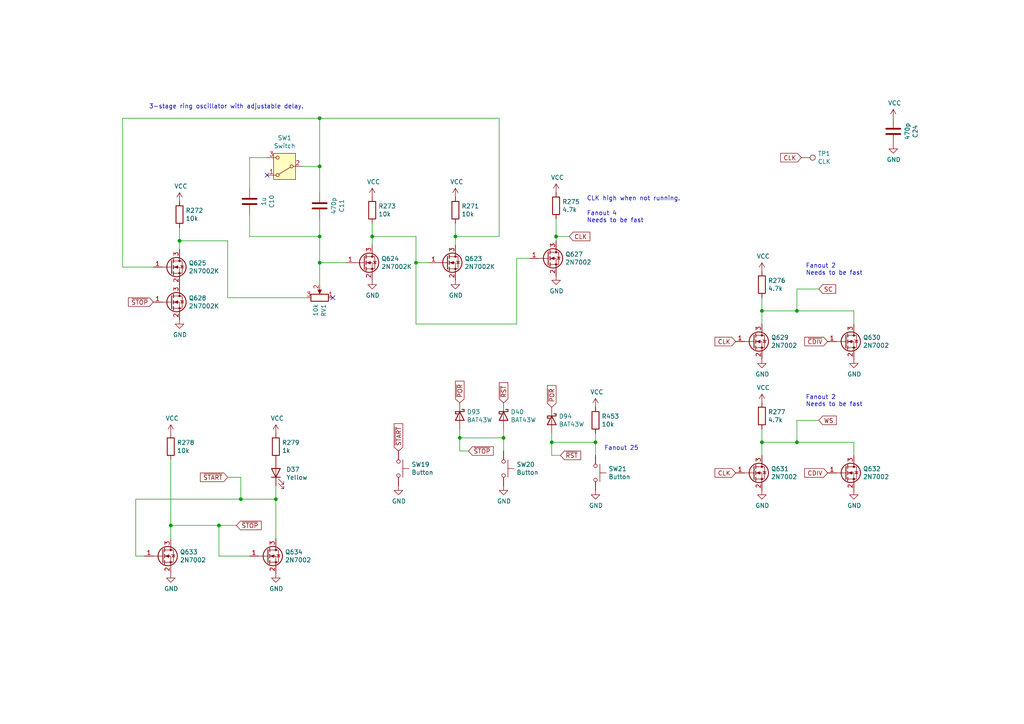
<source format=kicad_sch>
(kicad_sch (version 20230121) (generator eeschema)
  (paper "A4")
  (title_block (title "Q2 Computer") (date "2022-04-16") (rev "4c") (company "joewing.net"))
  (lib_symbols
    (symbol "Connector:TestPoint" (pin_numbers hide) (pin_names (offset 0.762) hide)
      (property "Reference" "TP" (at 0 6.858 0))
      (property "Value" "TestPoint" (at 0 5.08 0))
      (symbol "TestPoint_0_1"
        (circle (center 0 3.302) (radius 0.762))
      )
      (symbol "TestPoint_1_1"
        (pin passive line (at 0 0 90) (length 2.54) (name "1") (number "1"))
      )
    )
    (symbol "Device:C" (pin_numbers hide) (pin_names (offset 0.254))
      (property "Reference" "C" (at 0.635 2.54 0))
      (property "Value" "C" (at 0.635 -2.54 0))
      (symbol "C_0_1"
        (polyline (pts (xy -2.032 -0.762) (xy 2.032 -0.762)) (stroke (width 0.508)))
        (polyline (pts (xy -2.032 0.762) (xy 2.032 0.762)) (stroke (width 0.508)))
      )
      (symbol "C_1_1"
        (pin passive line (at 0 3.81 270) (length 2.794) (name "~") (number "1"))
        (pin passive line (at 0 -3.81 90) (length 2.794) (name "~") (number "2"))
      )
    )
    (symbol "Device:LED" (pin_numbers hide) (pin_names (offset 1.016) hide)
      (property "Reference" "D" (at 0 2.54 0))
      (property "Value" "LED" (at 0 -2.54 0))
      (symbol "LED_0_1"
        (polyline (pts (xy -1.27 -1.27) (xy -1.27 1.27)) (stroke (width 0.254)))
        (polyline (pts (xy -1.27 0) (xy 1.27 0)))
        (polyline (pts (xy 1.27 -1.27) (xy 1.27 1.27) (xy -1.27 0) (xy 1.27 -1.27)) (stroke (width 0.254)))
        (polyline (pts (xy -3.048 -0.762) (xy -4.572 -2.286) (xy -3.81 -2.286) (xy -4.572 -2.286) (xy -4.572 -1.524)))
        (polyline (pts (xy -1.778 -0.762) (xy -3.302 -2.286) (xy -2.54 -2.286) (xy -3.302 -2.286) (xy -3.302 -1.524)))
      )
      (symbol "LED_1_1"
        (pin passive line (at -3.81 0 0) (length 2.54) (name "K") (number "1"))
        (pin passive line (at 3.81 0 180) (length 2.54) (name "A") (number "2"))
      )
    )
    (symbol "Device:R" (pin_numbers hide) (pin_names (offset 0))
      (property "Reference" "R" (at 2.032 0 90))
      (property "Value" "R" (at 0 0 90))
      (symbol "R_0_1"
        (rectangle (start -1.016 -2.54) (end 1.016 2.54) (stroke (width 0.254)))
      )
      (symbol "R_1_1"
        (pin passive line (at 0 3.81 270) (length 1.27) (name "~") (number "1"))
        (pin passive line (at 0 -3.81 90) (length 1.27) (name "~") (number "2"))
      )
    )
    (symbol "Diode:BAT43W-V" (pin_numbers hide) (pin_names (offset 1.016) hide)
      (property "Reference" "D" (at 0 2.54 0))
      (property "Value" "BAT43W-V" (at 0 -2.54 0))
      (symbol "BAT43W-V_0_1"
        (polyline (pts (xy 1.27 0) (xy -1.27 0)))
        (polyline (pts (xy 1.27 1.27) (xy 1.27 -1.27) (xy -1.27 0) (xy 1.27 1.27)) (stroke (width 0.254)))
        (polyline (pts (xy -1.905 0.635) (xy -1.905 1.27) (xy -1.27 1.27) (xy -1.27 -1.27) (xy -0.635 -1.27) (xy -0.635 -0.635)) (stroke (width 0.254)))
      )
      (symbol "BAT43W-V_1_1"
        (pin passive line (at -3.81 0 0) (length 2.54) (name "K") (number "1"))
        (pin passive line (at 3.81 0 180) (length 2.54) (name "A") (number "2"))
      )
    )
    (symbol "Switch:SW_Push" (pin_numbers hide) (pin_names (offset 1.016) hide)
      (property "Reference" "SW" (at 1.27 2.54 0))
      (property "Value" "SW_Push" (at 0 -1.524 0))
      (symbol "SW_Push_0_1"
        (circle (center -2.032 0) (radius 0.508))
        (polyline (pts (xy 0 1.27) (xy 0 3.048)))
        (polyline (pts (xy 2.54 1.27) (xy -2.54 1.27)))
        (circle (center 2.032 0) (radius 0.508))
        (pin passive line (at -5.08 0 0) (length 2.54) (name "1") (number "1"))
        (pin passive line (at 5.08 0 180) (length 2.54) (name "2") (number "2"))
      )
    )
    (symbol "Switch:SW_SPDT" (pin_names (offset 0) hide)
      (property "Reference" "SW" (at 0 5.08 0))
      (property "Value" "SW_SPDT" (at 0 -5.08 0))
      (symbol "SW_SPDT_0_1"
        (circle (center -2.032 0) (radius 0.4572))
        (polyline (pts (xy -1.651 0.254) (xy 1.651 2.286)))
        (circle (center 2.032 -2.54) (radius 0.4572))
        (circle (center 2.032 2.54) (radius 0.4572))
      )
      (symbol "SW_SPDT_1_1"
        (rectangle (start -3.175 3.81) (end 3.175 -3.81) (fill (type background)))
        (pin passive line (at 5.08 2.54 180) (length 2.54) (name "A") (number "1"))
        (pin passive line (at -5.08 0 0) (length 2.54) (name "B") (number "2"))
        (pin passive line (at 5.08 -2.54 180) (length 2.54) (name "C") (number "3"))
      )
    )
    (symbol "Transistor_FET:2N7002" (pin_names hide)
      (property "Reference" "Q" (at 5.08 1.905 0))
      (property "Value" "2N7002" (at 5.08 0 0))
      (symbol "2N7002_0_1"
        (polyline (pts (xy 0.254 0) (xy -2.54 0)))
        (polyline (pts (xy 0.254 1.905) (xy 0.254 -1.905)) (stroke (width 0.254)))
        (polyline (pts (xy 0.762 -1.27) (xy 0.762 -2.286)) (stroke (width 0.254)))
        (polyline (pts (xy 0.762 0.508) (xy 0.762 -0.508)) (stroke (width 0.254)))
        (polyline (pts (xy 0.762 2.286) (xy 0.762 1.27)) (stroke (width 0.254)))
        (polyline (pts (xy 2.54 2.54) (xy 2.54 1.778)))
        (polyline (pts (xy 2.54 -2.54) (xy 2.54 0) (xy 0.762 0)))
        (polyline (pts (xy 0.762 -1.778) (xy 3.302 -1.778) (xy 3.302 1.778) (xy 0.762 1.778)))
        (polyline (pts (xy 1.016 0) (xy 2.032 0.381) (xy 2.032 -0.381) (xy 1.016 0)) (fill (type outline)))
        (polyline (pts (xy 2.794 0.508) (xy 2.921 0.381) (xy 3.683 0.381) (xy 3.81 0.254)))
        (polyline (pts (xy 3.302 0.381) (xy 2.921 -0.254) (xy 3.683 -0.254) (xy 3.302 0.381)))
        (circle (center 1.651 0) (radius 2.794) (stroke (width 0.254)))
        (circle (center 2.54 -1.778) (radius 0.254) (fill (type outline)))
        (circle (center 2.54 1.778) (radius 0.254) (fill (type outline)))
      )
      (symbol "2N7002_1_1"
        (pin input line (at -5.08 0 0) (length 2.54) (name "G") (number "1"))
        (pin passive line (at 2.54 -5.08 90) (length 2.54) (name "S") (number "2"))
        (pin passive line (at 2.54 5.08 270) (length 2.54) (name "D") (number "3"))
      )
    )
    (symbol "power:GND" (power) (pin_names (offset 0))
      (property "Value" "GND" (at 0 -3.81 0))
      (symbol "GND_0_1"
        (polyline (pts (xy 0 0) (xy 0 -1.27) (xy 1.27 -1.27) (xy 0 -2.54) (xy -1.27 -1.27) (xy 0 -1.27)))
      )
      (symbol "GND_1_1"
        (pin power_in line (at 0 0 270) (length 0) hide (name "GND") (number "1"))
      )
    )
    (symbol "power:VCC" (power) (pin_names (offset 0))
      (property "Value" "VCC" (at 0 3.81 0))
      (symbol "VCC_0_1"
        (polyline (pts (xy -0.762 1.27) (xy 0 2.54)))
        (polyline (pts (xy 0 0) (xy 0 2.54)))
        (polyline (pts (xy 0 2.54) (xy 0.762 1.27)))
      )
      (symbol "VCC_1_1"
        (pin power_in line (at 0 0 90) (length 0) hide (name "VCC") (number "1"))
      )
    )
    (symbol "q2-rescue:R_POT-Device" (pin_names (offset 1.016) hide)
      (property "Reference" "RV" (at -4.445 0 90))
      (property "Value" "R_POT-Device" (at -2.54 0 90))
      (symbol "R_POT-Device_0_1"
        (polyline (pts (xy 2.54 0) (xy 1.524 0)))
        (polyline (pts (xy 1.143 0) (xy 2.286 0.508) (xy 2.286 -0.508) (xy 1.143 0)) (fill (type outline)))
        (rectangle (start 1.016 2.54) (end -1.016 -2.54) (stroke (width 0.254)))
      )
      (symbol "R_POT-Device_1_1"
        (pin passive line (at 0 3.81 270) (length 1.27) (name "1") (number "1"))
        (pin passive line (at 3.81 0 180) (length 1.27) (name "2") (number "2"))
        (pin passive line (at 0 -3.81 90) (length 1.27) (name "3") (number "3"))
      )
    )
  )
  (junction (at 172.72 128.27))
  (junction (at 49.53 152.4))
  (junction (at 52.07 69.85))
  (junction (at 160.02 128.27))
  (junction (at 63.5 152.4))
  (junction (at 92.71 34.29))
  (junction (at 92.71 76.2))
  (junction (at 220.98 128.27))
  (junction (at 231.14 90.17))
  (junction (at 92.71 68.58))
  (junction (at 132.08 68.58))
  (junction (at 146.05 127))
  (junction (at 107.95 68.58))
  (junction (at 80.01 144.78))
  (junction (at 220.98 90.17))
  (junction (at 231.14 128.27))
  (junction (at 161.29 68.58))
  (junction (at 92.71 48.26))
  (junction (at 69.85 144.78))
  (junction (at 120.65 76.2))
  (junction (at 133.35 127))
  (no_connect (at 77.47 50.8))
  (no_connect (at 96.52 86.36))
  (wire (pts (xy 247.65 90.17) (xy 231.14 90.17)))
  (wire (pts (xy 72.39 68.58) (xy 92.71 68.58)))
  (wire (pts (xy 132.08 64.77) (xy 132.08 68.58)))
  (wire (pts (xy 35.56 34.29) (xy 92.71 34.29)))
  (wire (pts (xy 220.98 132.08) (xy 220.98 128.27)))
  (wire (pts (xy 247.65 132.08) (xy 247.65 128.27)))
  (wire (pts (xy 63.5 152.4) (xy 49.53 152.4)))
  (wire (pts (xy 92.71 76.2) (xy 100.33 76.2)))
  (wire (pts (xy 132.08 68.58) (xy 132.08 71.12)))
  (wire (pts (xy 172.72 132.08) (xy 172.72 128.27)))
  (wire (pts (xy 66.04 69.85) (xy 66.04 86.36)))
  (wire (pts (xy 107.95 68.58) (xy 107.95 71.12)))
  (wire (pts (xy 231.14 121.92) (xy 231.14 128.27)))
  (wire (pts (xy 39.37 161.29) (xy 41.91 161.29)))
  (wire (pts (xy 161.29 63.5) (xy 161.29 68.58)))
  (wire (pts (xy 92.71 68.58) (xy 92.71 63.5)))
  (wire (pts (xy 49.53 133.35) (xy 49.53 152.4)))
  (wire (pts (xy 39.37 161.29) (xy 39.37 144.78)))
  (wire (pts (xy 132.08 68.58) (xy 144.78 68.58)))
  (wire (pts (xy 92.71 68.58) (xy 92.71 76.2)))
  (wire (pts (xy 72.39 62.23) (xy 72.39 68.58)))
  (wire (pts (xy 52.07 69.85) (xy 66.04 69.85)))
  (wire (pts (xy 80.01 140.97) (xy 80.01 144.78)))
  (wire (pts (xy 35.56 77.47) (xy 44.45 77.47)))
  (wire (pts (xy 133.35 130.81) (xy 133.35 127)))
  (wire (pts (xy 220.98 124.46) (xy 220.98 128.27)))
  (wire (pts (xy 92.71 76.2) (xy 92.71 82.55)))
  (wire (pts (xy 120.65 93.98) (xy 149.86 93.98)))
  (wire (pts (xy 237.49 121.92) (xy 231.14 121.92)))
  (wire (pts (xy 149.86 74.93) (xy 153.67 74.93)))
  (wire (pts (xy 35.56 34.29) (xy 35.56 77.47)))
  (wire (pts (xy 135.89 130.81) (xy 133.35 130.81)))
  (wire (pts (xy 63.5 161.29) (xy 63.5 152.4)))
  (wire (pts (xy 220.98 86.36) (xy 220.98 90.17)))
  (wire (pts (xy 107.95 68.58) (xy 120.65 68.58)))
  (wire (pts (xy 66.04 86.36) (xy 88.9 86.36)))
  (wire (pts (xy 63.5 161.29) (xy 72.39 161.29)))
  (wire (pts (xy 52.07 69.85) (xy 52.07 72.39)))
  (wire (pts (xy 220.98 90.17) (xy 231.14 90.17)))
  (wire (pts (xy 87.63 48.26) (xy 92.71 48.26)))
  (wire (pts (xy 160.02 132.08) (xy 160.02 128.27)))
  (wire (pts (xy 161.29 68.58) (xy 161.29 69.85)))
  (wire (pts (xy 92.71 34.29) (xy 144.78 34.29)))
  (wire (pts (xy 69.85 138.43) (xy 69.85 144.78)))
  (wire (pts (xy 133.35 124.46) (xy 133.35 127)))
  (wire (pts (xy 220.98 128.27) (xy 231.14 128.27)))
  (wire (pts (xy 120.65 76.2) (xy 120.65 93.98)))
  (wire (pts (xy 69.85 144.78) (xy 80.01 144.78)))
  (wire (pts (xy 72.39 45.72) (xy 77.47 45.72)))
  (wire (pts (xy 107.95 64.77) (xy 107.95 68.58)))
  (wire (pts (xy 247.65 93.98) (xy 247.65 90.17)))
  (wire (pts (xy 68.58 152.4) (xy 63.5 152.4)))
  (wire (pts (xy 72.39 45.72) (xy 72.39 54.61)))
  (wire (pts (xy 49.53 152.4) (xy 49.53 156.21)))
  (wire (pts (xy 160.02 128.27) (xy 172.72 128.27)))
  (wire (pts (xy 231.14 83.82) (xy 231.14 90.17)))
  (wire (pts (xy 120.65 68.58) (xy 120.65 76.2)))
  (wire (pts (xy 247.65 128.27) (xy 231.14 128.27)))
  (wire (pts (xy 146.05 130.81) (xy 146.05 127)))
  (wire (pts (xy 66.04 138.43) (xy 69.85 138.43)))
  (wire (pts (xy 144.78 34.29) (xy 144.78 68.58)))
  (wire (pts (xy 39.37 144.78) (xy 69.85 144.78)))
  (wire (pts (xy 172.72 128.27) (xy 172.72 125.73)))
  (wire (pts (xy 52.07 66.04) (xy 52.07 69.85)))
  (wire (pts (xy 149.86 93.98) (xy 149.86 74.93)))
  (wire (pts (xy 165.1 68.58) (xy 161.29 68.58)))
  (wire (pts (xy 133.35 127) (xy 146.05 127)))
  (wire (pts (xy 160.02 125.73) (xy 160.02 128.27)))
  (wire (pts (xy 92.71 48.26) (xy 92.71 34.29)))
  (wire (pts (xy 237.49 83.82) (xy 231.14 83.82)))
  (wire (pts (xy 80.01 144.78) (xy 80.01 156.21)))
  (wire (pts (xy 162.56 132.08) (xy 160.02 132.08)))
  (wire (pts (xy 120.65 76.2) (xy 124.46 76.2)))
  (wire (pts (xy 146.05 124.46) (xy 146.05 127)))
  (wire (pts (xy 92.71 55.88) (xy 92.71 48.26)))
  (wire (pts (xy 220.98 93.98) (xy 220.98 90.17)))
  (text "Fanout 4\nNeeds to be fast" (at 170.18 64.77 0) (effects (font (size 1.27 1.27)) (justify left bottom)))
  (text "CLK high when not running." (at 170.18 58.42 0) (effects (font (size 1.27 1.27)) (justify left bottom)))
  (text "Fanout 25" (at 175.26 130.81 0) (effects (font (size 1.27 1.27)) (justify left bottom)))
  (text "Fanout 2\nNeeds to be fast" (at 233.68 80.01 0) (effects (font (size 1.27 1.27)) (justify left bottom)))
  (text "Fanout 2\nNeeds to be fast" (at 233.68 118.11 0) (effects (font (size 1.27 1.27)) (justify left bottom)))
  (text "3-stage ring oscillator with adjustable delay." (at 43.18 31.75 0) (effects (font (size 1.27 1.27)) (justify left bottom)))
  (global_label "CLK" (shape input) (at 213.36 99.06 180) (property "Intersheetrefs" "${INTERSHEET_REFS}" (effects hide)))
  (global_label "~{STOP}" (shape input) (at 68.58 152.4 0) (property "Intersheetrefs" "${INTERSHEET_REFS}" (effects hide)))
  (global_label "WS" (shape input) (at 237.49 121.92 0) (property "Intersheetrefs" "${INTERSHEET_REFS}" (effects hide)))
  (global_label "~{STOP}" (shape input) (at 44.45 87.63 180) (property "Intersheetrefs" "${INTERSHEET_REFS}" (effects hide)))
  (global_label "CLK" (shape input) (at 213.36 137.16 180) (property "Intersheetrefs" "${INTERSHEET_REFS}" (effects hide)))
  (global_label "~{CDIV}" (shape input) (at 240.03 99.06 180) (property "Intersheetrefs" "${INTERSHEET_REFS}" (effects hide)))
  (global_label "CDIV" (shape input) (at 240.03 137.16 180) (property "Intersheetrefs" "${INTERSHEET_REFS}" (effects hide)))
  (global_label "~{START}" (shape input) (at 115.57 130.81 90) (property "Intersheetrefs" "${INTERSHEET_REFS}" (effects hide)))
  (global_label "~{POR}" (shape input) (at 160.02 118.11 90) (property "Intersheetrefs" "${INTERSHEET_REFS}" (effects hide)))
  (global_label "~{RST}" (shape input) (at 146.05 116.84 90) (property "Intersheetrefs" "${INTERSHEET_REFS}" (effects hide)))
  (global_label "~{RST}" (shape input) (at 162.56 132.08 0) (property "Intersheetrefs" "${INTERSHEET_REFS}" (effects hide)))
  (global_label "CLK" (shape input) (at 232.41 45.72 180) (property "Intersheetrefs" "${INTERSHEET_REFS}" (effects hide)))
  (global_label "~{STOP}" (shape input) (at 135.89 130.81 0) (property "Intersheetrefs" "${INTERSHEET_REFS}" (effects hide)))
  (global_label "~{POR}" (shape input) (at 133.35 116.84 90) (property "Intersheetrefs" "${INTERSHEET_REFS}" (effects hide)))
  (global_label "CLK" (shape input) (at 165.1 68.58 0) (property "Intersheetrefs" "${INTERSHEET_REFS}" (effects hide)))
  (global_label "SC" (shape input) (at 237.49 83.82 0) (property "Intersheetrefs" "${INTERSHEET_REFS}" (effects hide)))
  (global_label "~{START}" (shape input) (at 66.04 138.43 180) (property "Intersheetrefs" "${INTERSHEET_REFS}" (effects hide)))
  (symbol (lib_id "Connector:TestPoint") (at 232.41 45.72 270) (unit 1)
    (property "Reference" "TP1" (at 237.1852 44.5516 90) (effects (justify left)))
    (property "Value" "CLK" (at 237.1852 46.863 90) (effects (justify left)))
    (property "Footprint" "TestPoint:TestPoint_Loop_D2.50mm_Drill1.0mm" (effects hide))
  )
  (symbol (lib_id "Device:R") (at 220.98 82.55 0) (unit 1)
    (property "Reference" "R276" (at 222.758 81.3816 0) (effects (justify left)))
    (property "Value" "4.7k" (at 222.758 83.693 0) (effects (justify left)))
    (property "Footprint" "Resistor_SMD:R_0603_1608Metric" (effects hide))
    (property "LCSC" "C23162" (effects hide))
    (property "Manufacturer" "UNI-ROYAL(Uniroyal Elec)" (effects hide))
    (property "Part Number" "0603WAF4701T5E" (effects hide))
    (property "Package" "0603" (effects hide))
    (property "Type" "SMD" (effects hide))
  )
  (symbol (lib_id "Switch:SW_SPDT") (at 82.55 48.26 180) (unit 1)
    (property "Reference" "SW1" (at 82.55 40.005 0))
    (property "Value" "Switch" (at 82.55 42.3164 0))
    (property "Footprint" "Button_Switch_SMD:TA-3524S-A2" (effects hide))
    (property "LCSC" "C514017" (effects hide))
    (property "Manufacturer" "Yuandi" (effects hide))
    (property "Part Number" "TA-3524S-A2" (effects hide))
    (property "Package" "6.6x2.7x2mm" (effects hide))
    (property "Type" "SMD" (effects hide))
  )
  (symbol (lib_id "Device:C") (at 72.39 58.42 180) (unit 1)
    (property "Reference" "C10" (at 78.7908 58.42 90))
    (property "Value" "1u" (at 76.4794 58.42 90))
    (property "Footprint" "Capacitor_SMD:C_0805_2012Metric" (effects hide))
    (property "LCSC" "C28323" (effects hide))
    (property "Manufacturer" "Samsung Electro-Mechanics" (effects hide))
    (property "Part Number" "CL21B105KBFNNNE" (effects hide))
    (property "Package" "0805" (effects hide))
    (property "Type" "SMD" (effects hide))
  )
  (symbol (lib_id "power:GND") (at 49.53 166.37 0) (unit 1)
    (property "Reference" "#PWR0488" (effects hide))
    (property "Value" "GND" (at 49.657 170.7642 0))
  )
  (symbol (lib_id "power:GND") (at 80.01 166.37 0) (unit 1)
    (property "Reference" "#PWR0489" (effects hide))
    (property "Value" "GND" (at 80.137 170.7642 0))
  )
  (symbol (lib_id "Device:R") (at 49.53 129.54 0) (unit 1)
    (property "Reference" "R278" (at 51.308 128.3716 0) (effects (justify left)))
    (property "Value" "10k" (at 51.308 130.683 0) (effects (justify left)))
    (property "Footprint" "Resistor_SMD:R_0603_1608Metric" (effects hide))
    (property "LCSC" "C25804" (effects hide))
    (property "Manufacturer" "UNI-ROYAL(Uniroyal Elec)" (effects hide))
    (property "Part Number" "0603WAF1002T5E" (effects hide))
    (property "Package" "0603" (effects hide))
    (property "Type" "SMD" (effects hide))
  )
  (symbol (lib_id "power:VCC") (at 49.53 125.73 0) (unit 1)
    (property "Reference" "#PWR0484" (effects hide))
    (property "Value" "VCC" (at 49.911 121.3358 0))
  )
  (symbol (lib_id "power:GND") (at 220.98 104.14 0) (unit 1)
    (property "Reference" "#PWR0481" (effects hide))
    (property "Value" "GND" (at 221.107 108.5342 0))
  )
  (symbol (lib_id "power:GND") (at 247.65 104.14 0) (unit 1)
    (property "Reference" "#PWR0482" (effects hide))
    (property "Value" "GND" (at 247.777 108.5342 0))
  )
  (symbol (lib_id "power:VCC") (at 220.98 78.74 0) (unit 1)
    (property "Reference" "#PWR0475" (effects hide))
    (property "Value" "VCC" (at 221.361 74.3458 0))
  )
  (symbol (lib_id "Device:LED") (at 80.01 137.16 90) (unit 1)
    (property "Reference" "D37" (at 83.0072 136.1694 90) (effects (justify right)))
    (property "Value" "Yellow" (at 83.0072 138.4808 90) (effects (justify right)))
    (property "Footprint" "LED_SMD:LED_0805_2012Metric" (effects hide))
    (property "LCSC" "C2296" (effects hide))
    (property "Manufacturer" "Hubei KENTO Elec" (effects hide))
    (property "Part Number" "17-21SUYC/TR8" (effects hide))
    (property "Package" "0805" (effects hide))
    (property "Type" "SMD" (effects hide))
  )
  (symbol (lib_id "Device:R") (at 80.01 129.54 0) (unit 1)
    (property "Reference" "R279" (at 81.788 128.3716 0) (effects (justify left)))
    (property "Value" "1k" (at 81.788 130.683 0) (effects (justify left)))
    (property "Footprint" "Resistor_SMD:R_0603_1608Metric" (effects hide))
    (property "LCSC" "C21190" (effects hide))
    (property "Manufacturer" "UNI-ROYAL(Uniroyal Elec)" (effects hide))
    (property "Part Number" "0603WAF1001T5E" (effects hide))
    (property "Package" "0603" (effects hide))
    (property "Type" "SMD" (effects hide))
  )
  (symbol (lib_id "power:VCC") (at 80.01 125.73 0) (unit 1)
    (property "Reference" "#PWR0485" (effects hide))
    (property "Value" "VCC" (at 80.391 121.3358 0))
  )
  (symbol (lib_id "power:GND") (at 220.98 142.24 0) (unit 1)
    (property "Reference" "#PWR0486" (effects hide))
    (property "Value" "GND" (at 221.107 146.6342 0))
  )
  (symbol (lib_id "power:GND") (at 247.65 142.24 0) (unit 1)
    (property "Reference" "#PWR0487" (effects hide))
    (property "Value" "GND" (at 247.777 146.6342 0))
  )
  (symbol (lib_id "power:VCC") (at 220.98 116.84 0) (unit 1)
    (property "Reference" "#PWR0483" (effects hide))
    (property "Value" "VCC" (at 221.361 112.4458 0))
  )
  (symbol (lib_id "Transistor_FET:2N7002") (at 218.44 137.16 0) (unit 1)
    (property "Reference" "Q631" (at 223.6216 135.9916 0) (effects (justify left)))
    (property "Value" "2N7002" (at 223.6216 138.303 0) (effects (justify left)))
    (property "Footprint" "Package_TO_SOT_SMD:SOT-23" (effects hide))
    (property "LCSC" "C181083" (effects hide))
    (property "Manufacturer" "Guangdong Hottech" (effects hide))
    (property "Part Number" "2N7002" (effects hide))
    (property "Package" "SOT-23" (effects hide))
    (property "Type" "SMD" (effects hide))
  )
  (symbol (lib_id "Transistor_FET:2N7002") (at 245.11 137.16 0) (unit 1)
    (property "Reference" "Q632" (at 250.2916 135.9916 0) (effects (justify left)))
    (property "Value" "2N7002" (at 250.2916 138.303 0) (effects (justify left)))
    (property "Footprint" "Package_TO_SOT_SMD:SOT-23" (effects hide))
    (property "LCSC" "C181083" (effects hide))
    (property "Manufacturer" "Guangdong Hottech" (effects hide))
    (property "Part Number" "2N7002" (effects hide))
    (property "Package" "SOT-23" (effects hide))
    (property "Type" "SMD" (effects hide))
  )
  (symbol (lib_id "Device:R") (at 220.98 120.65 0) (unit 1)
    (property "Reference" "R277" (at 222.758 119.4816 0) (effects (justify left)))
    (property "Value" "4.7k" (at 222.758 121.793 0) (effects (justify left)))
    (property "Footprint" "Resistor_SMD:R_0603_1608Metric" (effects hide))
    (property "LCSC" "C23162" (effects hide))
    (property "Manufacturer" "UNI-ROYAL(Uniroyal Elec)" (effects hide))
    (property "Part Number" "0603WAF4701T5E" (effects hide))
    (property "Package" "0603" (effects hide))
    (property "Type" "SMD" (effects hide))
  )
  (symbol (lib_id "Transistor_FET:2N7002") (at 218.44 99.06 0) (unit 1)
    (property "Reference" "Q629" (at 223.6216 97.8916 0) (effects (justify left)))
    (property "Value" "2N7002" (at 223.6216 100.203 0) (effects (justify left)))
    (property "Footprint" "Package_TO_SOT_SMD:SOT-23" (effects hide))
    (property "LCSC" "C181083" (effects hide))
    (property "Manufacturer" "Guangdong Hottech" (effects hide))
    (property "Part Number" "2N7002" (effects hide))
    (property "Package" "SOT-23" (effects hide))
    (property "Type" "SMD" (effects hide))
  )
  (symbol (lib_id "Transistor_FET:2N7002") (at 245.11 99.06 0) (unit 1)
    (property "Reference" "Q630" (at 250.2916 97.8916 0) (effects (justify left)))
    (property "Value" "2N7002" (at 250.2916 100.203 0) (effects (justify left)))
    (property "Footprint" "Package_TO_SOT_SMD:SOT-23" (effects hide))
    (property "LCSC" "C181083" (effects hide))
    (property "Manufacturer" "Guangdong Hottech" (effects hide))
    (property "Part Number" "2N7002" (effects hide))
    (property "Package" "SOT-23" (effects hide))
    (property "Type" "SMD" (effects hide))
  )
  (symbol (lib_id "Transistor_FET:2N7002") (at 46.99 161.29 0) (unit 1)
    (property "Reference" "Q633" (at 52.1716 160.1216 0) (effects (justify left)))
    (property "Value" "2N7002" (at 52.1716 162.433 0) (effects (justify left)))
    (property "Footprint" "Package_TO_SOT_SMD:SOT-23" (effects hide))
    (property "LCSC" "C181083" (effects hide))
    (property "Manufacturer" "Guangdong Hottech" (effects hide))
    (property "Part Number" "2N7002" (effects hide))
    (property "Package" "SOT-23" (effects hide))
    (property "Type" "SMD" (effects hide))
  )
  (symbol (lib_id "Transistor_FET:2N7002") (at 77.47 161.29 0) (unit 1)
    (property "Reference" "Q634" (at 82.6516 160.1216 0) (effects (justify left)))
    (property "Value" "2N7002" (at 82.6516 162.433 0) (effects (justify left)))
    (property "Footprint" "Package_TO_SOT_SMD:SOT-23" (effects hide))
    (property "LCSC" "C181083" (effects hide))
    (property "Manufacturer" "Guangdong Hottech" (effects hide))
    (property "Part Number" "2N7002" (effects hide))
    (property "Package" "SOT-23" (effects hide))
    (property "Type" "SMD" (effects hide))
  )
  (symbol (lib_id "Transistor_FET:2N7002") (at 105.41 76.2 0) (unit 1)
    (property "Reference" "Q624" (at 110.5916 75.0316 0) (effects (justify left)))
    (property "Value" "2N7002K" (at 110.5916 77.343 0) (effects (justify left)))
    (property "Footprint" "Package_TO_SOT_SMD:SOT-23" (effects hide))
    (property "LCSC" "C181083" (effects hide))
    (property "Manufacturer" "Guangdong Hottech" (effects hide))
    (property "Part Number" "2N7002K" (effects hide))
    (property "Package" "SOT-23" (effects hide))
    (property "Type" "SMD" (effects hide))
  )
  (symbol (lib_id "Transistor_FET:2N7002") (at 49.53 77.47 0) (unit 1)
    (property "Reference" "Q625" (at 54.7116 76.3016 0) (effects (justify left)))
    (property "Value" "2N7002K" (at 54.7116 78.613 0) (effects (justify left)))
    (property "Footprint" "Package_TO_SOT_SMD:SOT-23" (effects hide))
    (property "LCSC" "C181083" (effects hide))
    (property "Manufacturer" "Guangdong Hottech" (effects hide))
    (property "Part Number" "2N7002K" (effects hide))
    (property "Package" "SOT-23" (effects hide))
    (property "Type" "SMD" (effects hide))
  )
  (symbol (lib_id "Transistor_FET:2N7002") (at 129.54 76.2 0) (unit 1)
    (property "Reference" "Q623" (at 134.7216 75.0316 0) (effects (justify left)))
    (property "Value" "2N7002K" (at 134.7216 77.343 0) (effects (justify left)))
    (property "Footprint" "Package_TO_SOT_SMD:SOT-23" (effects hide))
    (property "LCSC" "C181083" (effects hide))
    (property "Manufacturer" "Guangdong Hottech" (effects hide))
    (property "Part Number" "2N7002K" (effects hide))
    (property "Package" "SOT-23" (effects hide))
    (property "Type" "SMD" (effects hide))
  )
  (symbol (lib_id "Device:R") (at 52.07 62.23 0) (unit 1)
    (property "Reference" "R272" (at 53.848 61.0616 0) (effects (justify left)))
    (property "Value" "10k" (at 53.848 63.373 0) (effects (justify left)))
    (property "Footprint" "Resistor_SMD:R_0603_1608Metric" (effects hide))
    (property "LCSC" "C25804" (effects hide))
    (property "Manufacturer" "UNI-ROYAL(Uniroyal Elec)" (effects hide))
    (property "Part Number" "0603WAF1002T5E" (effects hide))
    (property "Package" "0603" (effects hide))
    (property "Type" "SMD" (effects hide))
  )
  (symbol (lib_id "power:VCC") (at 52.07 58.42 0) (unit 1)
    (property "Reference" "#PWR0472" (effects hide))
    (property "Value" "VCC" (at 52.451 54.0258 0))
  )
  (symbol (lib_id "Device:R") (at 132.08 60.96 0) (unit 1)
    (property "Reference" "R271" (at 133.858 59.7916 0) (effects (justify left)))
    (property "Value" "10k" (at 133.858 62.103 0) (effects (justify left)))
    (property "Footprint" "Resistor_SMD:R_0603_1608Metric" (effects hide))
    (property "LCSC" "C25804" (effects hide))
    (property "Manufacturer" "UNI-ROYAL(Uniroyal Elec)" (effects hide))
    (property "Part Number" "0603WAF1002T5E" (effects hide))
    (property "Package" "0603" (effects hide))
    (property "Type" "SMD" (effects hide))
  )
  (symbol (lib_id "power:VCC") (at 132.08 57.15 0) (unit 1)
    (property "Reference" "#PWR0471" (effects hide))
    (property "Value" "VCC" (at 132.461 52.7558 0))
  )
  (symbol (lib_id "power:GND") (at 52.07 92.71 0) (unit 1)
    (property "Reference" "#PWR0480" (effects hide))
    (property "Value" "GND" (at 52.197 97.1042 0))
  )
  (symbol (lib_id "Device:R") (at 161.29 59.69 0) (unit 1)
    (property "Reference" "R275" (at 163.068 58.5216 0) (effects (justify left)))
    (property "Value" "4.7k" (at 163.068 60.833 0) (effects (justify left)))
    (property "Footprint" "Resistor_SMD:R_0603_1608Metric" (effects hide))
    (property "LCSC" "C23162" (effects hide))
    (property "Manufacturer" "UNI-ROYAL(Uniroyal Elec)" (effects hide))
    (property "Part Number" "0603WAF4701T5E" (effects hide))
    (property "Package" "0603" (effects hide))
    (property "Type" "SMD" (effects hide))
  )
  (symbol (lib_id "power:VCC") (at 161.29 55.88 0) (unit 1)
    (property "Reference" "#PWR0474" (effects hide))
    (property "Value" "VCC" (at 161.671 51.4858 0))
  )
  (symbol (lib_id "Transistor_FET:2N7002") (at 49.53 87.63 0) (unit 1)
    (property "Reference" "Q628" (at 54.7116 86.4616 0) (effects (justify left)))
    (property "Value" "2N7002K" (at 54.7116 88.773 0) (effects (justify left)))
    (property "Footprint" "Package_TO_SOT_SMD:SOT-23" (effects hide))
    (property "LCSC" "C181083" (effects hide))
    (property "Manufacturer" "Guangdong Hottech" (effects hide))
    (property "Part Number" "2N7002K" (effects hide))
    (property "Package" "SOT-23" (effects hide))
    (property "Type" "SMD" (effects hide))
  )
  (symbol (lib_id "Device:C") (at 92.71 59.69 180) (unit 1)
    (property "Reference" "C11" (at 99.1108 59.69 90))
    (property "Value" "470p" (at 96.7994 59.69 90))
    (property "Footprint" "Capacitor_SMD:C_0805_2012Metric" (effects hide))
    (property "LCSC" "C1743" (effects hide))
    (property "Manufacturer" "FH" (effects hide))
    (property "Part Number" "0805B471K500NT" (effects hide))
    (property "Package" "0805" (effects hide))
    (property "Type" "SMD" (effects hide))
  )
  (symbol (lib_id "Device:R") (at 107.95 60.96 0) (unit 1)
    (property "Reference" "R273" (at 109.728 59.7916 0) (effects (justify left)))
    (property "Value" "10k" (at 109.728 62.103 0) (effects (justify left)))
    (property "Footprint" "Resistor_SMD:R_0603_1608Metric" (effects hide))
    (property "LCSC" "C25804" (effects hide))
    (property "Manufacturer" "UNI-ROYAL(Uniroyal Elec)" (effects hide))
    (property "Part Number" "0603WAF1002T5E" (effects hide))
    (property "Package" "0603" (effects hide))
    (property "Type" "SMD" (effects hide))
  )
  (symbol (lib_id "Transistor_FET:2N7002") (at 158.75 74.93 0) (unit 1)
    (property "Reference" "Q627" (at 163.9316 73.7616 0) (effects (justify left)))
    (property "Value" "2N7002" (at 163.9316 76.073 0) (effects (justify left)))
    (property "Footprint" "Package_TO_SOT_SMD:SOT-23" (effects hide))
    (property "LCSC" "C181083" (effects hide))
    (property "Manufacturer" "Guangdong Hottech" (effects hide))
    (property "Part Number" "2N7002" (effects hide))
    (property "Package" "SOT-23" (effects hide))
    (property "Type" "SMD" (effects hide))
  )
  (symbol (lib_id "power:GND") (at 161.29 80.01 0) (unit 1)
    (property "Reference" "#PWR0477" (effects hide))
    (property "Value" "GND" (at 161.417 84.4042 0))
  )
  (symbol (lib_id "q2-rescue:R_POT-Device") (at 92.71 86.36 270) (mirror x) (unit 1)
    (property "Reference" "RV1" (at 93.8784 88.138 0) (effects (justify right)))
    (property "Value" "10k" (at 91.567 88.138 0) (effects (justify right)))
    (property "Footprint" "Potentiometer_THT:Potentiometer_Bourns_3386P_Vertical" (effects hide))
    (property "LCSC" "C116281" (effects hide))
    (property "Manufacturer" "BOURNS" (effects hide))
    (property "Package" "Plugin" (effects hide))
    (property "Part Number" "3386P-1-103LF" (effects hide))
    (property "Type" "PTH" (effects hide))
  )
  (symbol (lib_id "power:GND") (at 115.57 140.97 0) (unit 1)
    (property "Reference" "#PWR0883" (effects hide))
    (property "Value" "GND" (at 115.697 145.3642 0))
  )
  (symbol (lib_id "Switch:SW_Push") (at 115.57 135.89 270) (unit 1)
    (property "Reference" "SW19" (at 119.3292 134.7216 90) (effects (justify left)))
    (property "Value" "Button" (at 119.3292 137.033 90) (effects (justify left)))
    (property "Footprint" "Button_Switch_SMD:SW_SPST_PTS645" (effects hide))
    (property "LCSC" "C620316" (effects hide))
    (property "Manufacturer" "USAKRO" (effects hide))
    (property "Part Number" "UK-B0228-G5-160-JZ" (effects hide))
    (property "Package" "6x6mm" (effects hide))
    (property "Type" "SMD" (effects hide))
  )
  (symbol (lib_id "Diode:BAT43W-V") (at 133.35 120.65 270) (unit 1)
    (property "Reference" "D93" (at 135.382 119.4816 90) (effects (justify left)))
    (property "Value" "BAT43W" (at 135.382 121.793 90) (effects (justify left)))
    (property "Footprint" "Diode_SMD:D_SOD-123" (effects hide))
    (property "LCSC" "C19167" (effects hide))
    (property "Manufacturer" "Changjiang Electronics Tech (CJ)" (effects hide))
    (property "Part Number" "BAT43W" (effects hide))
    (property "Package" "SOD-123" (effects hide))
    (property "Type" "SMD" (effects hide))
  )
  (symbol (lib_id "power:GND") (at 146.05 140.97 0) (unit 1)
    (property "Reference" "#PWR0885" (effects hide))
    (property "Value" "GND" (at 146.177 145.3642 0))
  )
  (symbol (lib_id "Switch:SW_Push") (at 146.05 135.89 270) (unit 1)
    (property "Reference" "SW20" (at 149.8092 134.7216 90) (effects (justify left)))
    (property "Value" "Button" (at 149.8092 137.033 90) (effects (justify left)))
    (property "Footprint" "Button_Switch_SMD:SW_SPST_PTS645" (effects hide))
    (property "LCSC" "C620316" (effects hide))
    (property "Manufacturer" "USAKRO" (effects hide))
    (property "Part Number" "UK-B0228-G5-160-JZ" (effects hide))
    (property "Package" "6x6mm" (effects hide))
    (property "Type" "SMD" (effects hide))
  )
  (symbol (lib_id "Device:R") (at 172.72 121.92 180) (unit 1)
    (property "Reference" "R453" (at 174.498 120.7516 0) (effects (justify right)))
    (property "Value" "10k" (at 174.498 123.063 0) (effects (justify right)))
    (property "Footprint" "Resistor_SMD:R_0603_1608Metric" (effects hide))
    (property "LCSC" "C25804" (effects hide))
    (property "Manufacturer" "UNI-ROYAL(Uniroyal Elec)" (effects hide))
    (property "Part Number" "0603WAF1002T5E" (effects hide))
    (property "Package" "0603" (effects hide))
    (property "Type" "SMD" (effects hide))
  )
  (symbol (lib_id "power:VCC") (at 172.72 118.11 0) (unit 1)
    (property "Reference" "#PWR0886" (effects hide))
    (property "Value" "VCC" (at 173.101 113.7158 0))
  )
  (symbol (lib_id "Diode:BAT43W-V") (at 160.02 121.92 270) (unit 1)
    (property "Reference" "D94" (at 162.052 120.7516 90) (effects (justify left)))
    (property "Value" "BAT43W" (at 162.052 123.063 90) (effects (justify left)))
    (property "Footprint" "Diode_SMD:D_SOD-123" (effects hide))
    (property "LCSC" "C19167" (effects hide))
    (property "Manufacturer" "Changjiang Electronics Tech (CJ)" (effects hide))
    (property "Part Number" "BAT43W" (effects hide))
    (property "Package" "SOD-123" (effects hide))
    (property "Type" "SMD" (effects hide))
  )
  (symbol (lib_id "power:GND") (at 172.72 142.24 0) (unit 1)
    (property "Reference" "#PWR0887" (effects hide))
    (property "Value" "GND" (at 172.847 146.6342 0))
  )
  (symbol (lib_id "Switch:SW_Push") (at 172.72 137.16 270) (unit 1)
    (property "Reference" "SW21" (at 176.4792 135.9916 90) (effects (justify left)))
    (property "Value" "Button" (at 176.4792 138.303 90) (effects (justify left)))
    (property "Footprint" "Button_Switch_SMD:SW_SPST_PTS645" (effects hide))
    (property "LCSC" "C620316" (effects hide))
    (property "Manufacturer" "USAKRO" (effects hide))
    (property "Part Number" "UK-B0228-G5-160-JZ" (effects hide))
    (property "Package" "6x6mm" (effects hide))
    (property "Type" "SMD" (effects hide))
  )
  (symbol (lib_id "power:GND") (at 107.95 81.28 0) (unit 1)
    (property "Reference" "#PWR0473" (effects hide))
    (property "Value" "GND" (at 108.077 85.6742 0))
  )
  (symbol (lib_id "power:VCC") (at 107.95 57.15 0) (unit 1)
    (property "Reference" "#PWR0476" (effects hide))
    (property "Value" "VCC" (at 108.331 52.7558 0))
  )
  (symbol (lib_id "Diode:BAT43W-V") (at 146.05 120.65 270) (unit 1)
    (property "Reference" "D40" (at 148.082 119.4816 90) (effects (justify left)))
    (property "Value" "BAT43W" (at 148.082 121.793 90) (effects (justify left)))
    (property "Footprint" "Diode_SMD:D_SOD-123" (effects hide))
    (property "LCSC" "C19167" (effects hide))
    (property "Manufacturer" "Changjiang Electronics Tech (CJ)" (effects hide))
    (property "Part Number" "BAT43W" (effects hide))
    (property "Package" "SOD-123" (effects hide))
    (property "Type" "SMD" (effects hide))
  )
  (symbol (lib_id "power:GND") (at 132.08 81.28 0) (unit 1)
    (property "Reference" "#PWR0478" (effects hide))
    (property "Value" "GND" (at 132.207 85.6742 0))
  )
  (symbol (lib_id "power:GND") (at 259.08 41.91 0) (unit 1)
    (property "Reference" "#PWR0701" (effects hide))
    (property "Value" "GND" (at 259.207 46.3042 0))
  )
  (symbol (lib_id "power:VCC") (at 259.08 34.29 0) (unit 1)
    (property "Reference" "#PWR0881" (effects hide))
    (property "Value" "VCC" (at 259.461 29.8958 0))
  )
  (symbol (lib_id "Device:C") (at 259.08 38.1 180) (unit 1)
    (property "Reference" "C24" (at 265.4808 38.1 90))
    (property "Value" "470p" (at 263.1694 38.1 90))
    (property "Footprint" "Capacitor_SMD:C_0805_2012Metric" (effects hide))
    (property "LCSC" "C1743" (effects hide))
    (property "Manufacturer" "FH" (effects hide))
    (property "Part Number" "0805B471K500NT" (effects hide))
    (property "Package" "0805" (effects hide))
    (property "Type" "SMD" (effects hide))
  )
)
</source>
